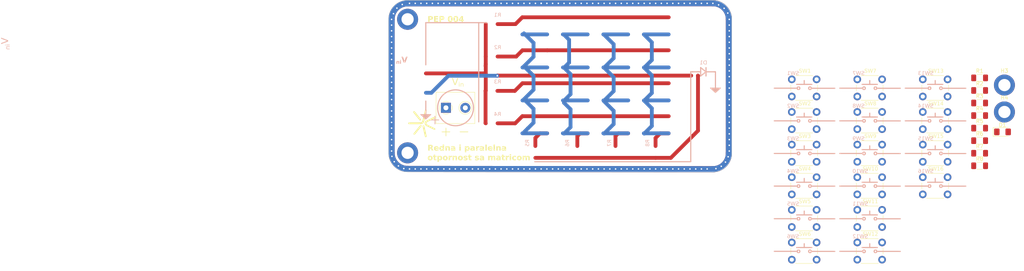
<source format=kicad_pcb>
(kicad_pcb (version 20241229) (generator "pcbnew") (generator_version "9.0")
  (layers (0 "F.Cu" signal) (2 "B.Cu" signal) (13 "F.Paste" user) (15 "B.Paste" user) (5 "F.SilkS" user "F.Silkscreen") (7 "B.SilkS" user "B.Silkscreen") (1 "F.Mask" user) (3 "B.Mask" user) (25 "Edge.Cuts" user))
  (net 0 "")
  (net 1 "0")
  (net 2 "9V")
  (net 3 "Net-(D1-A)")
  (net 4 "Net-(R1-Pad2)")
  (net 5 "Net-(R2-Pad2)")
  (net 6 "Net-(R3-Pad2)")
  (net 7 "Net-(R4-Pad2)")
  (net 8 "Net-(R5-Pad2)")
  (net 9 "Net-(R6-Pad2)")
  (net 10 "Net-(R7-Pad2)")
  (net 11 "Net-(R8-Pad2)")
  (footprint "Resistor_SMD:R_1206_3216Metric_Pad1.30x1.75mm_HandSolder" (layer "F.Cu") (at 258.904 97.815)
    (property "Reference" "R6" (at 0 -1.82 0) (layer "F.SilkS"))
    (property "Value" "100k")
    (pad "1" smd roundrect (at -1.55 0) (size 1.3 1.75) (layers "F.Cu" "F.Mask" "F.Paste") (roundrect_rratio 0.192308) (net 3 "Net-(D1-A)"))
    (pad "2" smd roundrect (at 1.55 0) (size 1.3 1.75) (layers "F.Cu" "F.Mask" "F.Paste") (roundrect_rratio 0.192308) (net 9 "Net-(R6-Pad2)"))
  )
  (footprint "PEP library:SW_PUSH_6mm_H4.3mm" (layer "F.Cu") (at 212.952553 118.285)
    (property "Reference" "SW5" (at 0.15 -4.5 0) (layer "F.SilkS") (effects (font (thickness 0.125))))
    (property "Value" "SW_Push")
    (fp_text user "${REFERENCE}" (at -4.521877 -3.3 0) (layer "B.SilkS") (effects (font (thickness 0.1)) (justify right bottom mirror)))
    (pad "1" thru_hole circle (at -3.27 -2.34 90) (size 2 2) (drill 1.1) (layers "*.Cu" "*.Mask") (net 4 "Net-(R1-Pad2)"))
    (pad "1" thru_hole circle (at 3.23 -2.34 90) (size 2 2) (drill 1.1) (layers "*.Cu" "*.Mask") (net 4 "Net-(R1-Pad2)"))
    (pad "2" thru_hole circle (at -3.27 2.16 90) (size 2 2) (drill 1.1) (layers "*.Cu" "*.Mask") (net 9 "Net-(R6-Pad2)"))
    (pad "2" thru_hole circle (at 3.23 2.16 90) (size 2 2) (drill 1.1) (layers "*.Cu" "*.Mask") (net 9 "Net-(R6-Pad2)"))
  )
  (footprint "PEP library:SW_PUSH_6mm_H4.3mm" (layer "F.Cu") (at 230.116106 92.635)
    (property "Reference" "SW8" (at 0.15 -4.5 0) (layer "F.SilkS") (effects (font (thickness 0.125))))
    (property "Value" "SW_Push")
    (fp_text user "${REFERENCE}" (at -4.521877 -3.3 0) (layer "B.SilkS") (effects (font (thickness 0.1)) (justify right bottom mirror)))
    (pad "1" thru_hole circle (at -3.27 -2.34 90) (size 2 2) (drill 1.1) (layers "*.Cu" "*.Mask") (net 7 "Net-(R4-Pad2)"))
    (pad "1" thru_hole circle (at 3.23 -2.34 90) (size 2 2) (drill 1.1) (layers "*.Cu" "*.Mask") (net 7 "Net-(R4-Pad2)"))
    (pad "2" thru_hole circle (at -3.27 2.16 90) (size 2 2) (drill 1.1) (layers "*.Cu" "*.Mask") (net 9 "Net-(R6-Pad2)"))
    (pad "2" thru_hole circle (at 3.23 2.16 90) (size 2 2) (drill 1.1) (layers "*.Cu" "*.Mask") (net 9 "Net-(R6-Pad2)"))
  )
  (footprint "Resistor_SMD:R_1206_3216Metric_Pad1.30x1.75mm_HandSolder" (layer "F.Cu") (at 258.904 94.525)
    (property "Reference" "R5" (at 0 -1.82 0) (layer "F.SilkS"))
    (property "Value" "220")
    (pad "1" smd roundrect (at -1.55 0) (size 1.3 1.75) (layers "F.Cu" "F.Mask" "F.Paste") (roundrect_rratio 0.192308) (net 3 "Net-(D1-A)"))
    (pad "2" smd roundrect (at 1.55 0) (size 1.3 1.75) (layers "F.Cu" "F.Mask" "F.Paste") (roundrect_rratio 0.192308) (net 8 "Net-(R5-Pad2)"))
  )
  (footprint "Resistor_SMD:R_1206_3216Metric_Pad1.30x1.75mm_HandSolder" (layer "F.Cu") (at 258.904 87.945)
    (property "Reference" "R3" (at 0 -1.82 0) (layer "F.SilkS"))
    (property "Value" "22k")
    (pad "1" smd roundrect (at -1.55 0) (size 1.3 1.75) (layers "F.Cu" "F.Mask" "F.Paste") (roundrect_rratio 0.192308) (net 2 "9V"))
    (pad "2" smd roundrect (at 1.55 0) (size 1.3 1.75) (layers "F.Cu" "F.Mask" "F.Paste") (roundrect_rratio 0.192308) (net 6 "Net-(R3-Pad2)"))
  )
  (footprint "PEP library:TerminalBlock_Phoenix_MKDS-1,5-2-5.08_1x02_P5.08mm_Horizontal" (layer "F.Cu") (at 119.043 89.2015)
    (property "Reference" "J1" (hide yes))
    (property "Value" "Screw_Terminal_01x02" (hide yes))
    (fp_text user "V_{in}\n" (at 1.535427 -5.65 0) (layer "F.SilkS") (effects (font (size 1.8 1.8) (thickness 0.1875)) (justify left bottom)))
    (fp_text user "V_{in}\n" (at -114.42 -18.4 90) (layer "B.SilkS") (effects (font (size 1.8 1.8) (thickness 0.1875)) (justify left bottom mirror)))
    (pad "1" thru_hole rect (at 0 0) (size 2.6 2.6) (drill 1.3) (layers "*.Cu" "*.Mask") (net 2 "9V"))
    (pad "2" thru_hole circle (at 5.08 0) (size 2.6 2.6) (drill 1.3) (layers "*.Cu" "*.Mask") (net 1 "0"))
  )
  (footprint "Resistor_SMD:R_1206_3216Metric_Pad1.30x1.75mm_HandSolder" (layer "F.Cu") (at 258.904 104.395)
    (property "Reference" "R8" (at 0 -1.82 0) (layer "F.SilkS"))
    (property "Value" "4.7k")
    (pad "1" smd roundrect (at -1.55 0) (size 1.3 1.75) (layers "F.Cu" "F.Mask" "F.Paste") (roundrect_rratio 0.192308) (net 3 "Net-(D1-A)"))
    (pad "2" smd roundrect (at 1.55 0) (size 1.3 1.75) (layers "F.Cu" "F.Mask" "F.Paste") (roundrect_rratio 0.192308) (net 11 "Net-(R8-Pad2)"))
  )
  (footprint "PEP library:SW_PUSH_6mm_H4.3mm" (layer "F.Cu") (at 212.952553 84.085)
    (property "Reference" "SW1" (at 0.15 -4.5 0) (layer "F.SilkS") (effects (font (thickness 0.125))))
    (property "Value" "SW_Push")
    (fp_text user "${REFERENCE}" (at -4.521877 -3.3 0) (layer "B.SilkS") (effects (font (thickness 0.1)) (justify right bottom mirror)))
    (pad "1" thru_hole circle (at -3.27 -2.34 90) (size 2 2) (drill 1.1) (layers "*.Cu" "*.Mask") (net 4 "Net-(R1-Pad2)"))
    (pad "1" thru_hole circle (at 3.23 -2.34 90) (size 2 2) (drill 1.1) (layers "*.Cu" "*.Mask") (net 4 "Net-(R1-Pad2)"))
    (pad "2" thru_hole circle (at -3.27 2.16 90) (size 2 2) (drill 1.1) (layers "*.Cu" "*.Mask") (net 8 "Net-(R5-Pad2)"))
    (pad "2" thru_hole circle (at 3.23 2.16 90) (size 2 2) (drill 1.1) (layers "*.Cu" "*.Mask") (net 8 "Net-(R5-Pad2)"))
  )
  (footprint "Resistor_SMD:R_1206_3216Metric_Pad1.30x1.75mm_HandSolder" (layer "F.Cu") (at 258.904 91.235)
    (property "Reference" "R4" (at 0 -1.82 0) (layer "F.SilkS"))
    (property "Value" "10k")
    (pad "1" smd roundrect (at -1.55 0) (size 1.3 1.75) (layers "F.Cu" "F.Mask" "F.Paste") (roundrect_rratio 0.192308) (net 2 "9V"))
    (pad "2" smd roundrect (at 1.55 0) (size 1.3 1.75) (layers "F.Cu" "F.Mask" "F.Paste") (roundrect_rratio 0.192308) (net 7 "Net-(R4-Pad2)"))
  )
  (footprint "MountingHole:MountingHole_3.2mm_M3_ISO14580_Pad_TopBottom" (layer "F.Cu") (at 265.404 83.245)
    (property "Reference" "H3" (at 0 -3.75 0) (layer "F.SilkS"))
    (property "Value" "MountingHole")
    (pad "1" thru_hole circle (at 0 0) (size 3.6 3.6) (drill 3.2) (layers "*.Cu" "*.Mask"))
    (pad "1" connect circle (at 0 0) (size 5.5 5.5) (layers "F.Cu" "F.Mask"))
    (pad "1" connect circle (at 0 0) (size 5.5 5.5) (layers "B.Cu" "B.Mask"))
  )
  (footprint "PEP library:SW_PUSH_6mm_H4.3mm" (layer "F.Cu") (at 212.952553 92.635)
    (property "Reference" "SW2" (at 0.15 -4.5 0) (layer "F.SilkS") (effects (font (thickness 0.125))))
    (property "Value" "SW_Push")
    (fp_text user "${REFERENCE}" (at -4.521877 -3.3 0) (layer "B.SilkS") (effects (font (thickness 0.1)) (justify right bottom mirror)))
    (pad "1" thru_hole circle (at -3.27 -2.34 90) (size 2 2) (drill 1.1) (layers "*.Cu" "*.Mask") (net 5 "Net-(R2-Pad2)"))
    (pad "1" thru_hole circle (at 3.23 -2.34 90) (size 2 2) (drill 1.1) (layers "*.Cu" "*.Mask") (net 5 "Net-(R2-Pad2)"))
    (pad "2" thru_hole circle (at -3.27 2.16 90) (size 2 2) (drill 1.1) (layers "*.Cu" "*.Mask") (net 8 "Net-(R5-Pad2)"))
    (pad "2" thru_hole circle (at 3.23 2.16 90) (size 2 2) (drill 1.1) (layers "*.Cu" "*.Mask") (net 8 "Net-(R5-Pad2)"))
  )
  (footprint "PEP library:SW_PUSH_6mm_H4.3mm" (layer "F.Cu") (at 230.116106 126.835)
    (property "Reference" "SW12" (at 0.15 -4.5 0) (layer "F.SilkS") (effects (font (thickness 0.125))))
    (property "Value" "SW_Push")
    (fp_text user "${REFERENCE}" (at -4.521877 -3.3 0) (layer "B.SilkS") (effects (font (thickness 0.1)) (justify right bottom mirror)))
    (pad "1" thru_hole circle (at -3.27 -2.34 90) (size 2 2) (drill 1.1) (layers "*.Cu" "*.Mask") (net 7 "Net-(R4-Pad2)"))
    (pad "1" thru_hole circle (at 3.23 -2.34 90) (size 2 2) (drill 1.1) (layers "*.Cu" "*.Mask") (net 7 "Net-(R4-Pad2)"))
    (pad "2" thru_hole circle (at -3.27 2.16 90) (size 2 2) (drill 1.1) (layers "*.Cu" "*.Mask") (net 10 "Net-(R7-Pad2)"))
    (pad "2" thru_hole circle (at 3.23 2.16 90) (size 2 2) (drill 1.1) (layers "*.Cu" "*.Mask") (net 10 "Net-(R7-Pad2)"))
  )
  (footprint "PEP library:SW_PUSH_6mm_H4.3mm" (layer "F.Cu") (at 247.279659 92.635)
    (property "Reference" "SW14" (at 0.15 -4.5 0) (layer "F.SilkS") (effects (font (thickness 0.125))))
    (property "Value" "SW_Push")
    (fp_text user "${REFERENCE}" (at -4.521877 -3.3 0) (layer "B.SilkS") (effects (font (thickness 0.1)) (justify right bottom mirror)))
    (pad "1" thru_hole circle (at -3.27 -2.34 90) (size 2 2) (drill 1.1) (layers "*.Cu" "*.Mask") (net 5 "Net-(R2-Pad2)"))
    (pad "1" thru_hole circle (at 3.23 -2.34 90) (size 2 2) (drill 1.1) (layers "*.Cu" "*.Mask") (net 5 "Net-(R2-Pad2)"))
    (pad "2" thru_hole circle (at -3.27 2.16 90) (size 2 2) (drill 1.1) (layers "*.Cu" "*.Mask") (net 11 "Net-(R8-Pad2)"))
    (pad "2" thru_hole circle (at 3.23 2.16 90) (size 2 2) (drill 1.1) (layers "*.Cu" "*.Mask") (net 11 "Net-(R8-Pad2)"))
  )
  (footprint "Resistor_SMD:R_1206_3216Metric_Pad1.30x1.75mm_HandSolder" (layer "F.Cu") (at 258.904 81.365)
    (property "Reference" "R1" (at 0 -1.82 0) (layer "F.SilkS"))
    (property "Value" "1k")
    (pad "1" smd roundrect (at -1.55 0) (size 1.3 1.75) (layers "F.Cu" "F.Mask" "F.Paste") (roundrect_rratio 0.192308) (net 2 "9V"))
    (pad "2" smd roundrect (at 1.55 0) (size 1.3 1.75) (layers "F.Cu" "F.Mask" "F.Paste") (roundrect_rratio 0.192308) (net 4 "Net-(R1-Pad2)"))
  )
  (footprint "PEP library:SW_PUSH_6mm_H4.3mm" (layer "F.Cu") (at 212.952553 101.185)
    (property "Reference" "SW3" (at 0.15 -4.5 0) (layer "F.SilkS") (effects (font (thickness 0.125))))
    (property "Value" "SW_Push")
    (fp_text user "${REFERENCE}" (at -4.521877 -3.3 0) (layer "B.SilkS") (effects (font (thickness 0.1)) (justify right bottom mirror)))
    (pad "1" thru_hole circle (at -3.27 -2.34 90) (size 2 2) (drill 1.1) (layers "*.Cu" "*.Mask") (net 6 "Net-(R3-Pad2)"))
    (pad "1" thru_hole circle (at 3.23 -2.34 90) (size 2 2) (drill 1.1) (layers "*.Cu" "*.Mask") (net 6 "Net-(R3-Pad2)"))
    (pad "2" thru_hole circle (at -3.27 2.16 90) (size 2 2) (drill 1.1) (layers "*.Cu" "*.Mask") (net 8 "Net-(R5-Pad2)"))
    (pad "2" thru_hole circle (at 3.23 2.16 90) (size 2 2) (drill 1.1) (layers "*.Cu" "*.Mask") (net 8 "Net-(R5-Pad2)"))
  )
  (footprint "PEP library:SW_PUSH_6mm_H4.3mm" (layer "F.Cu") (at 212.952553 109.735)
    (property "Reference" "SW4" (at 0.15 -4.5 0) (layer "F.SilkS") (effects (font (thickness 0.125))))
    (property "Value" "SW_Push")
    (fp_text user "${REFERENCE}" (at -4.521877 -3.3 0) (layer "B.SilkS") (effects (font (thickness 0.1)) (justify right bottom mirror)))
    (pad "1" thru_hole circle (at -3.27 -2.34 90) (size 2 2) (drill 1.1) (layers "*.Cu" "*.Mask") (net 7 "Net-(R4-Pad2)"))
    (pad "1" thru_hole circle (at 3.23 -2.34 90) (size 2 2) (drill 1.1) (layers "*.Cu" "*.Mask") (net 7 "Net-(R4-Pad2)"))
    (pad "2" thru_hole circle (at -3.27 2.16 90) (size 2 2) (drill 1.1) (layers "*.Cu" "*.Mask") (net 8 "Net-(R5-Pad2)"))
    (pad "2" thru_hole circle (at 3.23 2.16 90) (size 2 2) (drill 1.1) (layers "*.Cu" "*.Mask") (net 8 "Net-(R5-Pad2)"))
  )
  (footprint "PEP library:SW_PUSH_6mm_H4.3mm" (layer "F.Cu") (at 247.279659 101.185)
    (property "Reference" "SW15" (at 0.15 -4.5 0) (layer "F.SilkS") (effects (font (thickness 0.125))))
    (property "Value" "SW_Push")
    (fp_text user "${REFERENCE}" (at -4.521877 -3.3 0) (layer "B.SilkS") (effects (font (thickness 0.1)) (justify right bottom mirror)))
    (pad "1" thru_hole circle (at -3.27 -2.34 90) (size 2 2) (drill 1.1) (layers "*.Cu" "*.Mask") (net 6 "Net-(R3-Pad2)"))
    (pad "1" thru_hole circle (at 3.23 -2.34 90) (size 2 2) (drill 1.1) (layers "*.Cu" "*.Mask") (net 6 "Net-(R3-Pad2)"))
    (pad "2" thru_hole circle (at -3.27 2.16 90) (size 2 2) (drill 1.1) (layers "*.Cu" "*.Mask") (net 11 "Net-(R8-Pad2)"))
    (pad "2" thru_hole circle (at 3.23 2.16 90) (size 2 2) (drill 1.1) (layers "*.Cu" "*.Mask") (net 11 "Net-(R8-Pad2)"))
  )
  (footprint "PEP library:SW_PUSH_6mm_H4.3mm" (layer "F.Cu") (at 230.116106 84.085)
    (property "Reference" "SW7" (at 0.15 -4.5 0) (layer "F.SilkS") (effects (font (thickness 0.125))))
    (property "Value" "SW_Push")
    (fp_text user "${REFERENCE}" (at -4.521877 -3.3 0) (layer "B.SilkS") (effects (font (thickness 0.1)) (justify right bottom mirror)))
    (pad "1" thru_hole circle (at -3.27 -2.34 90) (size 2 2) (drill 1.1) (layers "*.Cu" "*.Mask") (net 6 "Net-(R3-Pad2)"))
    (pad "1" thru_hole circle (at 3.23 -2.34 90) (size 2 2) (drill 1.1) (layers "*.Cu" "*.Mask") (net 6 "Net-(R3-Pad2)"))
    (pad "2" thru_hole circle (at -3.27 2.16 90) (size 2 2) (drill 1.1) (layers "*.Cu" "*.Mask") (net 9 "Net-(R6-Pad2)"))
    (pad "2" thru_hole circle (at 3.23 2.16 90) (size 2 2) (drill 1.1) (layers "*.Cu" "*.Mask") (net 9 "Net-(R6-Pad2)"))
  )
  (footprint "PEP library:SW_PUSH_6mm_H4.3mm" (layer "F.Cu") (at 230.116106 118.285)
    (property "Reference" "SW11" (at 0.15 -4.5 0) (layer "F.SilkS") (effects (font (thickness 0.125))))
    (property "Value" "SW_Push")
    (fp_text user "${REFERENCE}" (at -4.521877 -3.3 0) (layer "B.SilkS") (effects (font (thickness 0.1)) (justify right bottom mirror)))
    (pad "1" thru_hole circle (at -3.27 -2.34 90) (size 2 2) (drill 1.1) (layers "*.Cu" "*.Mask") (net 6 "Net-(R3-Pad2)"))
    (pad "1" thru_hole circle (at 3.23 -2.34 90) (size 2 2) (drill 1.1) (layers "*.Cu" "*.Mask") (net 6 "Net-(R3-Pad2)"))
    (pad "2" thru_hole circle (at -3.27 2.16 90) (size 2 2) (drill 1.1) (layers "*.Cu" "*.Mask") (net 10 "Net-(R7-Pad2)"))
    (pad "2" thru_hole circle (at 3.23 2.16 90) (size 2 2) (drill 1.1) (layers "*.Cu" "*.Mask") (net 10 "Net-(R7-Pad2)"))
  )
  (footprint "PEP library:SW_PUSH_6mm_H4.3mm" (layer "F.Cu") (at 212.952553 126.835)
    (property "Reference" "SW6" (at 0.15 -4.5 0) (layer "F.SilkS") (effects (font (thickness 0.125))))
    (property "Value" "SW_Push")
    (fp_text user "${REFERENCE}" (at -4.521877 -3.3 0) (layer "B.SilkS") (effects (font (thickness 0.1)) (justify right bottom mirror)))
    (pad "1" thru_hole circle (at -3.27 -2.34 90) (size 2 2) (drill 1.1) (layers "*.Cu" "*.Mask") (net 5 "Net-(R2-Pad2)"))
    (pad "1" thru_hole circle (at 3.23 -2.34 90) (size 2 2) (drill 1.1) (layers "*.Cu" "*.Mask") (net 5 "Net-(R2-Pad2)"))
    (pad "2" thru_hole circle (at -3.27 2.16 90) (size 2 2) (drill 1.1) (layers "*.Cu" "*.Mask") (net 9 "Net-(R6-Pad2)"))
    (pad "2" thru_hole circle (at 3.23 2.16 90) (size 2 2) (drill 1.1) (layers "*.Cu" "*.Mask") (net 9 "Net-(R6-Pad2)"))
  )
  (footprint "MountingHole:MountingHole_3.2mm_M3_ISO14580_Pad_TopBottom" (layer "F.Cu") (at 109 66)
    (property "Reference" "H2" (hide yes))
    (property "Value" "MountingHole" (hide yes))
    (pad "1" thru_hole circle (at 0 0) (size 3.6 3.6) (drill 3.2) (layers "*.Cu" "*.Mask"))
    (pad "1" connect circle (at 0 0) (size 5.5 5.5) (layers "F.Cu" "F.Mask"))
    (pad "1" connect circle (at 0 0) (size 5.5 5.5) (layers "B.Cu" "B.Mask"))
  )
  (footprint "PEP library:SW_PUSH_6mm_H4.3mm" (layer "F.Cu") (at 230.116106 101.185)
    (property "Reference" "SW9" (at 0.15 -4.5 0) (layer "F.SilkS") (effects (font (thickness 0.125))))
    (property "Value" "SW_Push")
    (fp_text user "${REFERENCE}" (at -4.521877 -3.3 0) (layer "B.SilkS") (effects (font (thickness 0.1)) (justify right bottom mirror)))
    (pad "1" thru_hole circle (at -3.27 -2.34 90) (size 2 2) (drill 1.1) (layers "*.Cu" "*.Mask") (net 4 "Net-(R1-Pad2)"))
    (pad "1" thru_hole circle (at 3.23 -2.34 90) (size 2 2) (drill 1.1) (layers "*.Cu" "*.Mask") (net 4 "Net-(R1-Pad2)"))
    (pad "2" thru_hole circle (at -3.27 2.16 90) (size 2 2) (drill 1.1) (layers "*.Cu" "*.Mask") (net 10 "Net-(R7-Pad2)"))
    (pad "2" thru_hole circle (at 3.23 2.16 90) (size 2 2) (drill 1.1) (layers "*.Cu" "*.Mask") (net 10 "Net-(R7-Pad2)"))
  )
  (footprint "LED_SMD:LED_1206_3216Metric_Pad1.42x1.75mm_HandSolder" (layer "F.Cu") (at 264.899 95.515)
    (property "Reference" "D1" (at 0 -1.82 0) (layer "F.SilkS"))
    (property "Value" "LED")
    (pad "1" smd roundrect (at -1.4875 0) (size 1.425 1.75) (layers "F.Cu" "F.Mask" "F.Paste") (roundrect_rratio 0.175439) (net 1 "0"))
    (pad "2" smd roundrect (at 1.4875 0) (size 1.425 1.75) (layers "F.Cu" "F.Mask" "F.Paste") (roundrect_rratio 0.175439) (net 3 "Net-(D1-A)"))
  )
  (footprint "PEP library:SW_PUSH_6mm_H4.3mm" (layer "F.Cu") (at 247.279659 84.085)
    (property "Reference" "SW13" (at 0.15 -4.5 0) (layer "F.SilkS") (effects (font (thickness 0.125))))
    (property "Value" "SW_Push")
    (fp_text user "${REFERENCE}" (at -4.521877 -3.3 0) (layer "B.SilkS") (effects (font (thickness 0.1)) (justify right bottom mirror)))
    (pad "1" thru_hole circle (at -3.27 -2.34 90) (size 2 2) (drill 1.1) (layers "*.Cu" "*.Mask") (net 4 "Net-(R1-Pad2)"))
    (pad "1" thru_hole circle (at 3.23 -2.34 90) (size 2 2) (drill 1.1) (layers "*.Cu" "*.Mask") (net 4 "Net-(R1-Pad2)"))
    (pad "2" thru_hole circle (at -3.27 2.16 90) (size 2 2) (drill 1.1) (layers "*.Cu" "*.Mask") (net 11 "Net-(R8-Pad2)"))
    (pad "2" thru_hole circle (at 3.23 2.16 90) (size 2 2) (drill 1.1) (layers "*.Cu" "*.Mask") (net 11 "Net-(R8-Pad2)"))
  )
  (footprint "PEP library:SW_PUSH_6mm_H4.3mm" (layer "F.Cu") (at 230.116106 109.735)
    (property "Reference" "SW10" (at 0.15 -4.5 0) (layer "F.SilkS") (effects (font (thickness 0.125))))
    (property "Value" "SW_Push")
    (fp_text user "${REFERENCE}" (at -4.521877 -3.3 0) (layer "B.SilkS") (effects (font (thickness 0.1)) (justify right bottom mirror)))
    (pad "1" thru_hole circle (at -3.27 -2.34 90) (size 2 2) (drill 1.1) (layers "*.Cu" "*.Mask") (net 5 "Net-(R2-Pad2)"))
    (pad "1" thru_hole circle (at 3.23 -2.34 90) (size 2 2) (drill 1.1) (layers "*.Cu" "*.Mask") (net 5 "Net-(R2-Pad2)"))
    (pad "2" thru_hole circle (at -3.27 2.16 90) (size 2 2) (drill 1.1) (layers "*.Cu" "*.Mask") (net 10 "Net-(R7-Pad2)"))
    (pad "2" thru_hole circle (at 3.23 2.16 90) (size 2 2) (drill 1.1) (layers "*.Cu" "*.Mask") (net 10 "Net-(R7-Pad2)"))
  )
  (footprint "Resistor_SMD:R_1206_3216Metric_Pad1.30x1.75mm_HandSolder" (layer "F.Cu") (at 258.904 101.105)
    (property "Reference" "R7" (at 0 -1.82 0) (layer "F.SilkS"))
    (property "Value" "47k")
    (pad "1" smd roundrect (at -1.55 0) (size 1.3 1.75) (layers "F.Cu" "F.Mask" "F.Paste") (roundrect_rratio 0.192308) (net 3 "Net-(D1-A)"))
    (pad "2" smd roundrect (at 1.55 0) (size 1.3 1.75) (layers "F.Cu" "F.Mask" "F.Paste") (roundrect_rratio 0.192308) (net 10 "Net-(R7-Pad2)"))
  )
  (footprint "PEP_library:petnica_logo" (layer "F.Cu") (at 112.725 93.248795)
    (property "Reference" "G***" (hide yes))
    (property "Value" "LOGO" (hide yes))
  )
  (footprint "Resistor_SMD:R_1206_3216Metric_Pad1.30x1.75mm_HandSolder" (layer "F.Cu") (at 258.904 84.655)
    (property "Reference" "R2" (at 0 -1.82 0) (layer "F.SilkS"))
    (property "Value" "2.2k")
    (pad "1" smd roundrect (at -1.55 0) (size 1.3 1.75) (layers "F.Cu" "F.Mask" "F.Paste") (roundrect_rratio 0.192308) (net 2 "9V"))
    (pad "2" smd roundrect (at 1.55 0) (size 1.3 1.75) (layers "F.Cu" "F.Mask" "F.Paste") (roundrect_rratio 0.192308) (net 5 "Net-(R2-Pad2)"))
  )
  (footprint "MountingHole:MountingHole_3.2mm_M3_ISO14580_Pad_TopBottom" (layer "F.Cu") (at 109 101 -90)
    (property "Reference" "H1" (hide yes))
    (property "Value" "MountingHole")
    (pad "1" thru_hole circle (at 0 0 270) (size 3.6 3.6) (drill 3.2) (layers "*.Cu" "*.Mask"))
    (pad "1" connect circle (at 0 0 270) (size 5.5 5.5) (layers "F.Cu" "F.Mask"))
    (pad "1" connect circle (at 0 0 270) (size 5.5 5.5) (layers "B.Cu" "B.Mask"))
  )
  (footprint "MountingHole:MountingHole_3.2mm_M3_ISO14580_Pad_TopBottom" (layer "F.Cu") (at 265.404 90.295)
    (property "Reference" "H4" (at 0 -3.75 0) (layer "F.SilkS"))
    (property "Value" "MountingHole")
    (pad "1" thru_hole circle (at 0 0) (size 3.6 3.6) (drill 3.2) (layers "*.Cu" "*.Mask"))
    (pad "1" connect circle (at 0 0) (size 5.5 5.5) (layers "F.Cu" "F.Mask"))
    (pad "1" connect circle (at 0 0) (size 5.5 5.5) (layers "B.Cu" "B.Mask"))
  )
  (footprint "PEP library:SW_PUSH_6mm_H4.3mm" (layer "F.Cu") (at 247.279659 109.735)
    (property "Reference" "SW16" (at 0.15 -4.5 0) (layer "F.SilkS") (effects (font (thickness 0.125))))
    (property "Value" "SW_Push")
    (fp_text user "${REFERENCE}" (at -4.521877 -3.3 0) (layer "B.SilkS") (effects (font (thickness 0.1)) (justify right bottom mirror)))
    (pad "1" thru_hole circle (at -3.27 -2.34 90) (size 2 2) (drill 1.1) (layers "*.Cu" "*.Mask") (net 7 "Net-(R4-Pad2)"))
    (pad "1" thru_hole circle (at 3.23 -2.34 90) (size 2 2) (drill 1.1) (layers "*.Cu" "*.Mask") (net 7 "Net-(R4-Pad2)"))
    (pad "2" thru_hole circle (at -3.27 2.16 90) (size 2 2) (drill 1.1) (layers "*.Cu" "*.Mask") (net 11 "Net-(R8-Pad2)"))
    (pad "2" thru_hole circle (at 3.23 2.16 90) (size 2 2) (drill 1.1) (layers "*.Cu" "*.Mask") (net 11 "Net-(R8-Pad2)"))
  )
  (gr_line (start 109.01393 105.23) (end 189 105.293521) (stroke (width 1.6)) (layer "F.Cu"))
  (gr_line (start 193.2 101.079591) (end 193.2 66.03) (stroke (width 1.6)) (layer "F.Cu"))
  (gr_arc (start 188.98607 61.780409) (mid 191.964958 63.00559) (end 193.2 65.980409) (stroke (width 1.6)) (layer "F.Cu"))
  (gr_line (start 104.8 66.03) (end 104.8 101.03) (stroke (width 1.6)) (layer "F.Cu"))
  (gr_line (start 188.98607 61.780409) (end 109 61.81607) (stroke (width 1.6)) (layer "F.Cu"))
  (gr_arc (start 104.8 66.03) (mid 106.025226 63.051153) (end 109 61.81607) (stroke (width 1.6)) (layer "F.Cu"))
  (gr_arc (start 109.01393 105.23) (mid 106.035066 104.00479) (end 104.8 101.03) (stroke (width 1.6)) (layer "F.Cu"))
  (gr_arc (start 193.2 101.079591) (mid 191.974778 104.058442) (end 189 105.293521) (stroke (width 1.6)) (layer "F.Cu"))
  (gr_line (start 188.98607 61.780409) (end 109 61.81607) (stroke (width 1.6)) (layer "B.Cu"))
  (gr_arc (start 193.2 101.079591) (mid 191.974778 104.058442) (end 189 105.293521) (stroke (width 1.6)) (layer "B.Cu"))
  (gr_arc (start 104.8 66.03) (mid 106.025226 63.051153) (end 109 61.81607) (stroke (width 1.6)) (layer "B.Cu"))
  (gr_arc (start 109.01393 105.23) (mid 106.035066 104.00479) (end 104.8 101.03) (stroke (width 1.6)) (layer "B.Cu"))
  (gr_arc (start 188.98607 61.780409) (mid 191.964958 63.00559) (end 193.2 65.980409) (stroke (width 1.6)) (layer "B.Cu"))
  (gr_line (start 109.01393 105.23) (end 189 105.293521) (stroke (width 1.6)) (layer "B.Cu"))
  (gr_line (start 104.8 66.03) (end 104.8 101.03) (stroke (width 1.6)) (layer "B.Cu"))
  (gr_line (start 193.2 101.079591) (end 193.2 66.03) (stroke (width 1.6)) (layer "B.Cu"))
  (gr_line (start 187.2 78.66862) (end 187.2 80.86862) (stroke (width 0.3)) (layer "B.SilkS"))
  (gr_line (start 185.8 80.86862) (end 187.2 79.76862) (stroke (width 0.3)) (layer "B.SilkS"))
  (gr_line (start 185.123982 79.76862) (end 183.611991 79.76681) (stroke (width 0.3)) (layer "B.SilkS"))
  (gr_line (start 183.2 103.265) (end 183.2 79.765) (stroke (width 0.3)) (layer "B.SilkS"))
  (gr_line (start 189.676018 80.5) (end 189.676018 79.764501) (stroke (width 0.3)) (layer "B.SilkS"))
  (gr_line (start 183.2 79.765) (end 183.7 79.765) (stroke (width 0.3)) (layer "B.SilkS"))
  (gr_line (start 183.611991 79.76681) (end 183.611991 79.76681) (stroke (width 0.15)) (layer "B.SilkS"))
  (gr_line (start 113.766063 90.939973) (end 113.766063 87.439973) (stroke (width 0.3)) (layer "B.SilkS"))
  (gr_poly (pts (xy 112.391063 90.939973) (xy 115.141063 90.939973) (xy 113.766063 92.189973)) (stroke (width 0.15)) (fill yes) (layer "B.SilkS"))
  (gr_line (start 189.676018 84) (end 189.676018 80.5) (stroke (width 0.3)) (layer "B.SilkS"))
  (gr_line (start 185.123982 79.76862) (end 185.8 79.769429) (stroke (width 0.3)) (layer "B.SilkS"))
  (gr_line (start 187.2 79.76862) (end 189.376018 79.765) (stroke (width 0.3)) (layer "B.SilkS"))
  (gr_line (start 185.8 78.66862) (end 185.8 80.86862) (stroke (width 0.3)) (layer "B.SilkS"))
  (gr_line (start 113.766063 66.939973) (end 113.766063 77.939973) (stroke (width 0.3)) (layer "B.SilkS"))
  (gr_line (start 127.6375 66.89) (end 127.6375 92.89) (stroke (width 0.3)) (layer "B.SilkS"))
  (gr_line (start 129.7375 66.89) (end 113.766063 66.89) (stroke (width 0.3)) (layer "B.SilkS"))
  (gr_line (start 187.2 79.76862) (end 185.8 78.66862) (stroke (width 0.3)) (layer "B.SilkS"))
  (gr_line (start 142.325 103.3275) (end 183.2 103.3275) (stroke (width 0.3)) (layer "B.SilkS"))
  (gr_poly (pts (xy 188.301018 84) (xy 191.051018 84) (xy 189.676018 85.25)) (stroke (width 0.15)) (fill yes) (layer "B.SilkS"))
  (gr_line (start 189.676018 79.764501) (end 189.376018 79.765) (stroke (width 0.3)) (layer "B.SilkS"))
  (gr_line (start 193.964466 101.035534) (end 193.964464 66.035534) (stroke (width 0.1)) (layer "Edge.Cuts"))
  (gr_arc (start 104 66) (mid 105.464467 62.464467) (end 109 61) (stroke (width 0.1)) (layer "Edge.Cuts"))
  (gr_arc (start 188.964466 61.035534) (mid 192.5 62.5) (end 193.964464 66.035534) (stroke (width 0.1)) (layer "Edge.Cuts"))
  (gr_line (start 104 66) (end 104 101) (stroke (width 0.1)) (layer "Edge.Cuts"))
  (gr_arc (start 193.964466 101.035534) (mid 192.5 104.571068) (end 188.964466 106.035534) (stroke (width 0.1)) (layer "Edge.Cuts"))
  (gr_line (start 109 106) (end 188.964466 106.035534) (stroke (width 0.1)) (layer "Edge.Cuts"))
  (gr_arc (start 109 106) (mid 105.464467 104.535533) (end 104 101) (stroke (width 0.1)) (layer "Edge.Cuts"))
  (gr_line (start 188.964466 61.035534) (end 109 61) (stroke (width 0.1)) (layer "Edge.Cuts"))
  (gr_text "Redna i paralelna\notpornost sa matricom" (at 114.2 103.203989 0) (layer "F.SilkS") (effects (font (size 1.5 1.5) (thickness 0.3) (bold yes)) (justify left bottom)))
  (gr_text "PEP 004" (at 114.2 66.943989 0) (layer "F.SilkS") (effects (font (size 1.5 1.5) (thickness 0.3) (bold yes)) (justify left bottom)))
  (gr_text "R4" (at 133.5 91.5 0) (layer "B.SilkS") (effects (font (size 1 1)) (justify left bottom mirror)))
  (gr_text "R6" (at 151.5 97.5 90) (layer "B.SilkS") (effects (font (size 1 1)) (justify left bottom mirror)))
  (gr_text "R3" (at 133.5 83 0) (layer "B.SilkS") (effects (font (size 1 1)) (justify left bottom mirror)))
  (gr_text "R8" (at 172.5 97.5 90) (layer "B.SilkS") (effects (font (size 1 1)) (justify left bottom mirror)))
  (gr_text "R2" (at 133.5 74 0) (layer "B.SilkS") (effects (font (size 1 1)) (justify left bottom mirror)))
  (gr_text "R1" (at 133.5 65.5 0) (layer "B.SilkS") (effects (font (size 1 1)) (justify left bottom mirror)))
  (gr_text "D1" (at 187.5 78 0) (layer "B.SilkS") (effects (font (size 1 1)) (justify left bottom mirror)))
  (gr_text "V_{in}\n" (at 109 77.6 0) (layer "B.SilkS") (effects (font (size 1.5 1.5) (thickness 0.3) (bold yes)) (justify left bottom mirror)))
  (gr_text "R5" (at 141 97.5 90) (layer "B.SilkS") (effects (font (size 1 1)) (justify left bottom mirror)))
  (gr_text "R7" (at 162.5 97.5 90) (layer "B.SilkS") (effects (font (size 1 1)) (justify left bottom mirror)))
  (segment (start 164.2 95.885) (end 163.48 96.605) (width 1) (layer "F.Cu") (net 0))
  (segment (start 132.53 84.765) (end 137.1 84.765) (width 1) (layer "F.Cu") (net 0))
  (segment (start 139.1 74.125) (end 145.6 74.125) (width 1) (layer "F.Cu") (net 0))
  (segment (start 145.6 74.125) (end 177.43 74.125) (width 1) (layer "F.Cu") (net 0))
  (segment (start 177.405 95.885) (end 175.2 95.885) (width 1) (layer "F.Cu") (net 0))
  (segment (start 173.98 97.105) (end 173.98 99.215) (width 1) (layer "F.Cu") (net 0))
  (segment (start 142.48 102.315) (end 173.98 102.315) (width 1) (layer "F.Cu") (net 0))
  (segment (start 137.275 67.265) (end 139.075 65.465) (width 1) (layer "F.Cu") (net 0))
  (segment (start 139.1 65.485) (end 177.43 65.485) (width 1) (layer "F.Cu") (net 0))
  (segment (start 156.185 95.885) (end 154.2 95.885) (width 1) (layer "F.Cu") (net 0))
  (segment (start 137.195 93.265) (end 139.075 91.385) (width 1) (layer "F.Cu") (net 0))
  (segment (start 163.48 96.605) (end 163.48 99.215) (width 1) (layer "F.Cu") (net 0))
  (segment (start 132.58 93.265) (end 137.195 93.265) (width 1) (layer "F.Cu") (net 0))
  (segment (start 154.2 95.885) (end 153.48 96.605) (width 1) (layer "F.Cu") (net 0))
  (segment (start 185.1 95.2) (end 185.1 80.79) (width 1) (layer "F.Cu") (net 0))
  (segment (start 137.46 75.765) (end 139.1 74.125) (width 1) (layer "F.Cu") (net 0))
  (segment (start 175.2 95.885) (end 173.98 97.105) (width 1) (layer "F.Cu") (net 0))
  (segment (start 139.1 91.405) (end 177.43 91.405) (width 1) (layer "F.Cu") (net 0))
  (segment (start 142.48 97.105) (end 142.48 99.215) (width 1) (layer "F.Cu") (net 0))
  (segment (start 132.58 75.765) (end 137.46 75.765) (width 1) (layer "F.Cu") (net 0))
  (segment (start 145.575 95.885) (end 143.7 95.885) (width 1) (layer "F.Cu") (net 0))
  (segment (start 153.48 96.605) (end 153.48 99.215) (width 1) (layer "F.Cu") (net 0))
  (segment (start 137.1 84.765) (end 139.1 82.765) (width 1) (layer "F.Cu") (net 0))
  (segment (start 177.985 102.315) (end 185.1 95.2) (width 1) (layer "F.Cu") (net 0))
  (segment (start 143.7 95.885) (end 142.48 97.105) (width 1) (layer "F.Cu") (net 0))
  (segment (start 173.98 102.315) (end 177.985 102.315) (width 1) (layer "F.Cu") (net 0))
  (segment (start 166.795 95.885) (end 164.2 95.885) (width 1) (layer "F.Cu") (net 0))
  (segment (start 185.1 80.79) (end 185.075 80.765) (width 1) (layer "F.Cu") (net 0))
  (segment (start 139.1 82.765) (end 177.43 82.765) (width 1) (layer "F.Cu") (net 0))
  (segment (start 132.58 67.265) (end 137.275 67.265) (width 1) (layer "F.Cu") (net 0))
  (via (at 189.8 105.13) (size 0.8) (drill 0.4) (layers "F.Cu" "B.Cu") (net 0))
  (via (at 184.5 61.83) (size 0.8) (drill 0.4) (layers "F.Cu" "B.Cu") (net 0))
  (via (at 171 105.23) (size 0.8) (drill 0.4) (layers "F.Cu" "B.Cu") (net 0))
  (via (at 193.3 70.53) (size 0.8) (drill 0.4) (layers "F.Cu" "B.Cu") (net 0))
  (via (at 104.8 72.03) (size 0.8) (drill 0.4) (layers "F.Cu" "B.Cu") (net 0))
  (via (at 156 61.83) (size 0.8) (drill 0.4) (layers "F.Cu" "B.Cu") (net 0))
  (via (at 193 102.03) (size 0.8) (drill 0.4) (layers "F.Cu" "B.Cu") (net 0))
  (via (at 104.8 70.53) (size 0.8) (drill 0.4) (layers "F.Cu" "B.Cu") (net 0))
  (via (at 138 105.23) (size 0.8) (drill 0.4) (layers "F.Cu" "B.Cu") (net 0))
  (via (at 132 105.23) (size 0.8) (drill 0.4) (layers "F.Cu" "B.Cu") (net 0))
  (via (at 139.5 105.23) (size 0.8) (drill 0.4) (layers "F.Cu" "B.Cu") (net 0))
  (via (at 193.3 99.03) (size 0.8) (drill 0.4) (layers "F.Cu" "B.Cu") (net 0))
  (via (at 169.5 105.23) (size 0.8) (drill 0.4) (layers "F.Cu" "B.Cu") (net 0))
  (via (at 193.3 79.53) (size 0.8) (drill 0.4) (layers "F.Cu" "B.Cu") (net 0))
  (via (at 171 61.83) (size 0.8) (drill 0.4) (layers "F.Cu" "B.Cu") (net 0))
  (via (at 157.5 61.83) (size 0.8) (drill 0.4) (layers "F.Cu" "B.Cu") (net 0))
  (via (at 104.8 94.53) (size 0.8) (drill 0.4) (layers "F.Cu" "B.Cu") (net 0))
  (via (at 104.8 85.53) (size 0.8) (drill 0.4) (layers "F.Cu" "B.Cu") (net 0))
  (via (at 193.3 78.03) (size 0.8) (drill 0.4) (layers "F.Cu" "B.Cu") (net 0))
  (via (at 193.3 87.03) (size 0.8) (drill 0.4) (layers "F.Cu" "B.Cu") (net 0))
  (via (at 104.8 84.03) (size 0.8) (drill 0.4) (layers "F.Cu" "B.Cu") (net 0))
  (via (at 150 61.83) (size 0.8) (drill 0.4) (layers "F.Cu" "B.Cu") (net 0))
  (via (at 160.5 105.23) (size 0.8) (drill 0.4) (layers "F.Cu" "B.Cu") (net 0))
  (via (at 193.3 97.53) (size 0.8) (drill 0.4) (layers "F.Cu" "B.Cu") (net 0))
  (via (at 148.5 105.23) (size 0.8) (drill 0.4) (layers "F.Cu" "B.Cu") (net 0))
  (via (at 174 61.83) (size 0.8) (drill 0.4) (layers "F.Cu" "B.Cu") (net 0))
  (via (at 136.5 61.83) (size 0.8) (drill 0.4) (layers "F.Cu" "B.Cu") (net 0))
  (via (at 104.8 81.03) (size 0.8) (drill 0.4) (layers "F.Cu" "B.Cu") (net 0))
  (via (at 163.5 61.83) (size 0.8) (drill 0.4) (layers "F.Cu" "B.Cu") (net 0))
  (via (at 112.5 105.23) (size 0.8) (drill 0.4) (layers "F.Cu" "B.Cu") (net 0))
  (via (at 178.5 105.23) (size 0.8) (drill 0.4) (layers "F.Cu" "B.Cu") (net 0))
  (via (at 151.5 61.83) (size 0.8) (drill 0.4) (layers "F.Cu" "B.Cu") (net 0))
  (via (at 145.5 61.83) (size 0.8) (drill 0.4) (layers "F.Cu" "B.Cu") (net 0))
  (via (at 109.5 105.23) (size 0.8) (drill 0.4) (layers "F.Cu" "B.Cu") (net 0))
  (via (at 126 105.23) (size 0.8) (drill 0.4) (layers "F.Cu" "B.Cu") (net 0))
  (via (at 109.5 61.83) (size 0.8) (drill 0.4) (layers "F.Cu" "B.Cu") (net 0))
  (via (at 133.5 105.23) (size 0.8) (drill 0.4) (layers "F.Cu" "B.Cu") (net 0))
  (via (at 177 105.23) (size 0.8) (drill 0.4) (layers "F.Cu" "B.Cu") (net 0))
  (via (at 187.5 105.23) (size 0.8) (drill 0.4) (layers "F.Cu" "B.Cu") (net 0))
  (via (at 153 61.83) (size 0.8) (drill 0.4) (layers "F.Cu" "B.Cu") (net 0))
  (via (at 104.8 67.53) (size 0.8) (drill 0.4) (layers "F.Cu" "B.Cu") (net 0))
  (via (at 112.5 61.83) (size 0.8) (drill 0.4) (layers "F.Cu" "B.Cu") (net 0))
  (via (at 168 105.23) (size 0.8) (drill 0.4) (layers "F.Cu" "B.Cu") (net 0))
  (via (at 135 61.83) (size 0.8) (drill 0.4) (layers "F.Cu" "B.Cu") (net 0))
  (via (at 118.5 105.23) (size 0.8) (drill 0.4) (layers "F.Cu" "B.Cu") (net 0))
  (via (at 153 105.23) (size 0.8) (drill 0.4) (layers "F.Cu" "B.Cu") (net 0))
  (via (at 144 61.83) (size 0.8) (drill 0.4) (layers "F.Cu" "B.Cu") (net 0))
  (via (at 104.8 66.03) (size 0.8) (drill 0.4) (layers "F.Cu" "B.Cu") (net 0))
  (via (at 177 61.83) (size 0.8) (drill 0.4) (layers "F.Cu" "B.Cu") (net 0))
  (via (at 193.3 93.03) (size 0.8) (drill 0.4) (layers "F.Cu" "B.Cu") (net 0))
  (via (at 193.3 100.53) (size 0.8) (drill 0.4) (layers "F.Cu" "B.Cu") (net 0))
  (via (at 104.8 96.03) (size 0.8) (drill 0.4) (layers "F.Cu" "B.Cu") (net 0))
  (via (at 118.5 61.83) (size 0.8) (drill 0.4) (layers "F.Cu" "B.Cu") (net 0))
  (via (at 141 61.83) (size 0.8) (drill 0.4) (layers "F.Cu" "B.Cu") (net 0))
  (via (at 186 61.83) (size 0.8) (drill 0.4) (layers "F.Cu" "B.Cu") (net 0))
  (via (at 104.8 87.03) (size 0.8) (drill 0.4) (layers "F.Cu" "B.Cu") (net 0))
  (via (at 193.3 75.03) (size 0.8) (drill 0.4) (layers "F.Cu" "B.Cu") (net 0))
  (via (at 183 61.83) (size 0.8) (drill 0.4) (layers "F.Cu" "B.Cu") (net 0))
  (via (at 180 61.83) (size 0.8) (drill 0.4) (layers "F.Cu" "B.Cu") (net 0))
  (via (at 162 105.23) (size 0.8) (drill 0.4) (layers "F.Cu" "B.Cu") (net 0))
  (via (at 193.3 91.53) (size 0.8) (drill 0.4) (layers "F.Cu" "B.Cu") (net 0))
  (via (at 175.5 105.23) (size 0.8) (drill 0.4) (layers "F.Cu" "B.Cu") (net 0))
  (via (at 184.5 105.23) (size 0.8) (drill 0.4) (layers "F.Cu" "B.Cu") (net 0))
  (via (at 111 105.23) (size 0.8) (drill 0.4) (layers "F.Cu" "B.Cu") (net 0))
  (via (at 111 61.83) (size 0.8) (drill 0.4) (layers "F.Cu" "B.Cu") (net 0))
  (via (at 162 61.83) (size 0.8) (drill 0.4) (layers "F.Cu" "B.Cu") (net 0))
  (via (at 148.5 61.83) (size 0.8) (drill 0.4) (layers "F.Cu" "B.Cu") (net 0))
  (via (at 104.8 79.53) (size 0.8) (drill 0.4) (layers "F.Cu" "B.Cu") (net 0))
  (via (at 180 105.23) (size 0.8) (drill 0.4) (layers "F.Cu" "B.Cu") (net 0))
  (via (at 166.5 61.83) (size 0.8) (drill 0.4) (layers "F.Cu" "B.Cu") (net 0))
  (via (at 135 105.23) (size 0.8) (drill 0.4) (layers "F.Cu" "B.Cu") (net 0))
  (via (at 150 105.23) (size 0.8) (drill 0.4) (layers "F.Cu" "B.Cu") (net 0))
  (via (at 105.3 64.53) (size 0.8) (drill 0.4) (layers "F.Cu" "B.Cu") (net 0))
  (via (at 172.5 105.23) (size 0.8) (drill 0.4) (layers "F.Cu" "B.Cu") (net 0))
  (via (at 104.8 93.03) (size 0.8) (drill 0.4) (layers "F.Cu" "B.Cu") (net 0))
  (via (at 104.8 88.53) (size 0.8) (drill 0.4) (layers "F.Cu" "B.Cu") (net 0))
  (via (at 147 105.23) (size 0.8) (drill 0.4) (layers "F.Cu" "B.Cu") (net 0))
  (via (at 130.5 61.83) (size 0.8) (drill 0.4) (layers "F.Cu" "B.Cu") (net 0))
  (via (at 104.8 78.03) (size 0.8) (drill 0.4) (layers "F.Cu" "B.Cu") (net 0))
  (via (at 193.3 66.03) (size 0.8) (drill 0.4) (layers "F.Cu" "B.Cu") (net 0))
  (via (at 106.2 63.08) (size 0.8) (drill 0.4) (layers "F.Cu" "B.Cu") (net 0))
  (via (at 139.5 61.83) (size 0.8) (drill 0.4) (layers "F.Cu" "B.Cu") (net 0))
  (via (at 160.5 61.83) (size 0.8) (drill 0.4) (layers "F.Cu" "B.Cu") (net 0))
  (via (at 183 105.23) (size 0.8) (drill 0.4) (layers "F.Cu" "B.Cu") (net 0))
  (via (at 169.5 61.83) (size 0.8) (drill 0.4) (layers "F.Cu" "B.Cu") (net 0))
  (via (at 104.8 82.53) (size 0.8) (drill 0.4) (layers "F.Cu" "B.Cu") (net 0))
  (via (at 181.5 61.83) (size 0.8) (drill 0.4) (layers "F.Cu" "B.Cu") (net 0))
  (via (at 114 61.83) (size 0.8) (drill 0.4) (layers "F.Cu" "B.Cu") (net 0))
  (via (at 142.5 105.23) (size 0.8) (drill 0.4) (layers "F.Cu" "B.Cu") (net 0))
  (via (at 191.2 104.53) (size 0.8) (drill 0.4) (layers "F.Cu" "B.Cu") (net 0))
  (via (at 154.5 61.83) (size 0.8) (drill 0.4) (layers "F.Cu" "B.Cu") (net 0))
  (via (at 121.5 105.23) (size 0.8) (drill 0.4) (layers "F.Cu" "B.Cu") (net 0))
  (via (at 187.5 61.83) (size 0.8) (drill 0.4) (layers "F.Cu" "B.Cu") (net 0))
  (via (at 123 61.83) (size 0.8) (drill 0.4) (layers "F.Cu" "B.Cu") (net 0))
  (via (at 165 61.83) (size 0.8) (drill 0.4) (layers "F.Cu" "B.Cu") (net 0))
  (via (at 104.9 101.93) (size 0.8) (drill 0.4) (layers "F.Cu" "B.Cu") (net 0))
  (via (at 193.3 81.03) (size 0.8) (drill 0.4) (layers "F.Cu" "B.Cu") (net 0))
  (via (at 151.5 105.23) (size 0.8) (drill 0.4) (layers "F.Cu" "B.Cu") (net 0))
  (via (at 157.5 105.23) (size 0.8) (drill 0.4) (layers "F.Cu" "B.Cu") (net 0))
  (via (at 159 61.83) (size 0.8) (drill 0.4) (layers "F.Cu" "B.Cu") (net 0))
  (via (at 104.8 90.03) (size 0.8) (drill 0.4) (layers "F.Cu" "B.Cu") (net 0))
  (via (at 104.8 75.03) (size 0.8) (drill 0.4) (layers "F.Cu" "B.Cu") (net 0))
  (via (at 123 105.23) (size 0.8) (drill 0.4) (layers "F.Cu" "B.Cu") (net 0))
  (via (at 126 61.83) (size 0.8) (drill 0.4) (layers "F.Cu" "B.Cu") (net 0))
  (via (at 127.5 61.83) (size 0.8) (drill 0.4) (layers "F.Cu" "B.Cu") (net 0))
  (via (at 130.5 105.23) (size 0.8) (drill 0.4) (layers "F.Cu" "B.Cu") (net 0))
  (via (at 105.5 103.33) (size 0.8) (drill 0.4) (layers "F.Cu" "B.Cu") (net 0))
  (via (at 106.6 104.43) (size 0.8) (drill 0.4) (layers "F.Cu" "B.Cu") (net 0))
  (via (at 136.5 105.23) (size 0.8) (drill 0.4) (layers "F.Cu" "B.Cu") (net 0))
  (via (at 144 61.83) (size 0.8) (drill 0.4) (layers "F.Cu" "B.Cu") (net 0))
  (via (at 193.3 67.53) (size 0.8) (drill 0.4) (layers "F.Cu" "B.Cu") (net 0))
  (via (at 193.3 84.03) (size 0.8) (drill 0.4) (layers "F.Cu" "B.Cu") (net 0))
  (via (at 175.5 61.83) (size 0.8) (drill 0.4) (layers "F.Cu" "B.Cu") (net 0))
  (via (at 124.5 105.23) (size 0.8) (drill 0.4) (layers "F.Cu" "B.Cu") (net 0))
  (via (at 120 105.23) (size 0.8) (drill 0.4) (layers "F.Cu" "B.Cu") (net 0))
  (via (at 145.5 105.23) (size 0.8) (drill 0.4) (layers "F.Cu" "B.Cu") (net 0))
  (via (at 191.95 63.13) (size 0.8) (drill 0.4) (layers "F.Cu" "B.Cu") (net 0))
  (via (at 166.5 105.23) (size 0.8) (drill 0.4) (layers "F.Cu" "B.Cu") (net 0))
  (via (at 172.5 61.83) (size 0.8) (drill 0.4) (layers "F.Cu" "B.Cu") (net 0))
  (via (at 154.5 105.23) (size 0.8) (drill 0.4) (layers "F.Cu" "B.Cu") (net 0))
  (via (at 193.3 72.03) (size 0.8) (drill 0.4) (layers "F.Cu" "B.Cu") (net 0))
  (via (at 104.8 91.53) (size 0.8) (drill 0.4) (layers "F.Cu" "B.Cu") (net 0))
  (via (at 144 105.23) (size 0.8) (drill 0.4) (layers "F.Cu" "B.Cu") (net 0))
  (via (at 104.8 100.53) (size 0.8) (drill 0.4) (layers "F.Cu" "B.Cu") (net 0))
  (via (at 114 105.23) (size 0.8) (drill 0.4) (layers "F.Cu" "B.Cu") (net 0))
  (via (at 124.5 61.83) (size 0.8) (drill 0.4) (layers "F.Cu" "B.Cu") (net 0))
  (via (at 129 61.83) (size 0.8) (drill 0.4) (layers "F.Cu" "B.Cu") (net 0))
  (via (at 121.5 61.83) (size 0.8) (drill 0.4) (layers "F.Cu" "B.Cu") (net 0))
  (via (at 193.3 88.53) (size 0.8) (drill 0.4) (layers "F.Cu" "B.Cu") (net 0))
  (via (at 192.3 103.43) (size 0.8) (drill 0.4) (layers "F.Cu" "B.Cu") (net 0))
  (via (at 190.5 62.23) (size 0.8) (drill 0.4) (layers "F.Cu" "B.Cu") (net 0))
  (via (at 108 105.13) (size 0.8) (drill 0.4) (layers "F.Cu" "B.Cu") (net 0))
  (via (at 178.5 61.83) (size 0.8) (drill 0.4) (layers "F.Cu" "B.Cu") (net 0))
  (via (at 163.5 105.23) (size 0.8) (drill 0.4) (layers "F.Cu" "B.Cu") (net 0))
  (via (at 129 105.23) (size 0.8) (drill 0.4) (layers "F.Cu" "B.Cu") (net 0))
  (via (at 138 61.83) (size 0.8) (drill 0.4) (layers "F.Cu" "B.Cu") (net 0))
  (via (at 104.8 69.03) (size 0.8) (drill 0.4) (layers "F.Cu" "B.Cu") (net 0))
  (via (at 193.3 69.03) (size 0.8) (drill 0.4) (layers "F.Cu" "B.Cu") (net 0))
  (via (at 165 105.23) (size 0.8) (drill 0.4) (layers "F.Cu" "B.Cu") (net 0))
  (via (at 104.8 99.03) (size 0.8) (drill 0.4) (layers "F.Cu" "B.Cu") (net 0))
  (via (at 133.5 61.83) (size 0.8) (drill 0.4) (layers "F.Cu" "B.Cu") (net 0))
  (via (at 104.8 76.53) (size 0.8) (drill 0.4) (layers "F.Cu" "B.Cu") (net 0))
  (via (at 181.5 105.23) (size 0.8) (drill 0.4) (layers "F.Cu" "B.Cu") (net 0))
  (via (at 193.3 82.53) (size 0.8) (drill 0.4) (layers "F.Cu" "B.Cu") (net 0))
  (via (at 192.9 64.38) (size 0.8) (drill 0.4) (layers "F.Cu" "B.Cu") (net 0))
  (via (at 193.3 73.53) (size 0.8) (drill 0.4) (layers "F.Cu" "B.Cu") (net 0))
  (via (at 115.5 105.23) (size 0.8) (drill 0.4) (layers "F.Cu" "B.Cu") (net 0))
  (via (at 104.8 73.53) (size 0.8) (drill 0.4) (layers "F.Cu" "B.Cu") (net 0))
  (via (at 104.8 97.53) (size 0.8) (drill 0.4) (layers "F.Cu" "B.Cu") (net 0))
  (via (at 193.3 90.03) (size 0.8) (drill 0.4) (layers "F.Cu" "B.Cu") (net 0))
  (via (at 174 105.23) (size 0.8) (drill 0.4) (layers "F.Cu" "B.Cu") (net 0))
  (via (at 168 61.83) (size 0.8) (drill 0.4) (layers "F.Cu" "B.Cu") (net 0))
  (via (at 186 105.23) (size 0.8) (drill 0.4) (layers "F.Cu" "B.Cu") (net 0))
  (via (at 117 105.23) (size 0.8) (drill 0.4) (layers "F.Cu" "B.Cu") (net 0))
  (via (at 141 105.23) (size 0.8) (drill 0.4) (layers "F.Cu" "B.Cu") (net 0))
  (via (at 159 105.23) (size 0.8) (drill 0.4) (layers "F.Cu" "B.Cu") (net 0))
  (via (at 193.3 76.53) (size 0.8) (drill 0.4) (layers "F.Cu" "B.Cu") (net 0))
  (via (at 193.3 94.53) (size 0.8) (drill 0.4) (layers "F.Cu" "B.Cu") (net 0))
  (via (at 189 61.83) (size 0.8) (drill 0.4) (layers "F.Cu" "B.Cu") (net 0))
  (via (at 117 61.83) (size 0.8) (drill 0.4) (layers "F.Cu" "B.Cu") (net 0))
  (via (at 127.5 105.23) (size 0.8) (drill 0.4) (layers "F.Cu" "B.Cu") (net 0))
  (via (at 115.5 61.83) (size 0.8) (drill 0.4) (layers "F.Cu" "B.Cu") (net 0))
  (via (at 156 105.23) (size 0.8) (drill 0.4) (layers "F.Cu" "B.Cu") (net 0))
  (via (at 142.5 61.83) (size 0.8) (drill 0.4) (layers "F.Cu" "B.Cu") (net 0))
  (via (at 132 61.83) (size 0.8) (drill 0.4) (layers "F.Cu" "B.Cu") (net 0))
  (via (at 193.3 85.53) (size 0.8) (drill 0.4) (layers "F.Cu" "B.Cu") (net 0))
  (via (at 107.6 62.13) (size 0.8) (drill 0.4) (layers "F.Cu" "B.Cu") (net 0))
  (via (at 147 61.83) (size 0.8) (drill 0.4) (layers "F.Cu" "B.Cu") (net 0))
  (via (at 120 61.83) (size 0.8) (drill 0.4) (layers "F.Cu" "B.Cu") (net 0))
  (via (at 193.3 96.03) (size 0.8) (drill 0.4) (layers "F.Cu" "B.Cu") (net 0))
  (segment (start 139.1 78.625) (end 145.6 78.625) (width 1) (layer "B.Cu") (net 0))
  (segment (start 173 76.685) (end 171 78.685) (width 1) (layer "B.Cu") (net 0))
  (segment (start 160.5 87.5) (end 163 90) (width 1) (layer "B.Cu") (net 0))
  (segment (start 149.685 69.965) (end 156.185 69.965) (width 1) (layer "B.Cu") (net 0))
  (segment (start 170.93 87.265) (end 177.43 87.265) (width 1) (layer "B.Cu") (net 0))
  (segment (start 163 93.465) (end 160.5 95.965) (width 1) (layer "B.Cu") (net 0))
  (segment (start 140.375 94.585) (end 140.52 94.585) (width 0.25) (layer "B.Cu") (net 0))
  (segment (start 173 89.325) (end 173 93.965) (width 1) (layer "B.Cu") (net 0))
  (segment (start 160.32 78.625) (end 166.82 78.625) (width 1) (layer "B.Cu") (net 0))
  (segment (start 142 89.465) (end 142 93.105) (width 1) (layer "B.Cu") (net 0))
  (segment (start 149.71 78.625) (end 156.21 78.625) (width 1) (layer "B.Cu") (net 0))
  (segment (start 139.5 86.965) (end 142 89.465) (width 1) (layer "B.Cu") (net 0))
  (segment (start 140.52 94.585) (end 139.5 95.605) (width 1) (layer "B.Cu") (net 0))
  (segment (start 150 78.685) (end 151.7 80.385) (width 1) (layer "B.Cu") (net 0))
  (segment (start 151.325 77.36) (end 150 78.685) (width 1) (layer "B.Cu") (net 0))
  (segment (start 142 84.465) (end 139.5 86.965) (width 1) (layer "B.Cu") (net 0))
  (segment (start 150 87.325) (end 150 87.89) (width 1) (layer "B.Cu") (net 0))
  (segment (start 170.905 69.965) (end 177.405 69.965) (width 1) (layer "B.Cu") (net 0))
  (segment (start 171 87.325) (end 173 89.325) (width 1) (layer "B.Cu") (net 0))
  (segment (start 139.075 95.885) (end 140.375 94.585) (width 0.25) (layer "B.Cu") (net 0))
  (segment (start 163 72.545) (end 163 76.185) (width 1) (layer "B.Cu") (net 0))
  (segment (start 149.685 95.885) (end 156.185 95.885) (width 1) (layer "B.Cu") (net 0))
  (segment (start 139.5 69.685) (end 139.89 70.075) (width 1) (layer "B.Cu") (net 0))
  (segment (start 171 70.045) (end 173 72.045) (width 1) (layer "B.Cu") (net 0))
  (segment (start 163 90) (end 163 93.465) (width 1) (layer "B.Cu") (net 0))
  (segment (start 170.93 78.625) (end 177.43 78.625) (width 1) (layer "B.Cu") (net 0))
  (segment (start 160.5 70.045) (end 163 72.545) (width 1) (layer "B.Cu") (net 0))
  (segment (start 151.325 71.37) (end 151.325 77.36) (width 1) (layer "B.Cu") (net 0))
  (segment (start 149.71 87.265) (end 156.21 87.265) (width 1) (layer "B.Cu") (net 0))
  (segment (start 139.075 95.885) (end 145.575 95.885) (width 1) (layer "B.Cu") (net 0))
  (segment (start 173 93.965) (end 171 95.965) (width 1) (layer "B.Cu") (net 0))
  (segment (start 173 80.685) (end 173 85.325) (width 1) (layer "B.Cu") (net 0))
  (segment (start 163 76.185) (end 160.5 78.685) (width 1) (layer "B.Cu") (net 0))
  (segment (start 163 81.185) (end 163 84.825) (width 1) (layer "B.Cu") (net 0))
  (segment (start 151.7 80.385) (end 151.7 85.625) (width 1) (layer "B.Cu") (net 0))
  (segment (start 139.075 69.965) (end 145.575 69.965) (width 1) (layer "B.Cu") (net 0))
  (segment (start 139.89 70.075) (end 142 72.185) (width 1) (layer "B.Cu") (net 0))
  (segment (start 160.5 87.325) (end 160.5 87.5) (width 1) (layer "B.Cu") (net 0))
  (segment (start 139.075 69.965) (end 139.78 69.965) (width 0.25) (layer "B.Cu") (net 0))
  (segment (start 139.1 87.265) (end 145.6 87.265) (width 1) (layer "B.Cu") (net 0))
  (segment (start 173 72.045) (end 173 76.685) (width 1) (layer "B.Cu") (net 0))
  (segment (start 170.905 95.885) (end 177.405 95.885) (width 1) (layer "B.Cu") (net 0))
  (segment (start 151.7 89.59) (end 151.7 94.265) (width 1) (layer "B.Cu") (net 0))
  (segment (start 139.5 78.325) (end 142 80.825) (width 1) (layer "B.Cu") (net 0))
  (segment (start 151.7 85.625) (end 150 87.325) (width 1) (layer "B.Cu") (net 0))
  (segment (start 160.295 95.885) (end 166.795 95.885) (width 1) (layer "B.Cu") (net 0))
  (segment (start 160.295 69.965) (end 166.795 69.965) (width 1) (layer "B.Cu") (net 0))
  (segment (start 142 93.105) (end 140.52 94.585) (width 1) (layer "B.Cu") (net 0))
  (segment (start 173 85.325) (end 171 87.325) (width 1) (layer "B.Cu") (net 0))
  (segment (start 163 84.825) (end 160.5 87.325) (width 1) (layer "B.Cu") (net 0))
  (segment (start 142 75.825) (end 139.5 78.325) (width 1) (layer "B.Cu") (net 0))
  (segment (start 160.5 78.685) (end 163 81.185) (width 1) (layer "B.Cu") (net 0))
  (segment (start 142 80.825) (end 142 84.465) (width 1) (layer "B.Cu") (net 0))
  (segment (start 139.78 69.965) (end 139.89 70.075) (width 0.25) (layer "B.Cu") (net 0))
  (segment (start 160.32 87.265) (end 166.82 87.265) (width 1) (layer "B.Cu") (net 0))
  (segment (start 171 78.685) (end 173 80.685) (width 1) (layer "B.Cu") (net 0))
  (segment (start 142 72.185) (end 142 75.825) (width 1) (layer "B.Cu") (net 0))
  (segment (start 151.7 94.265) (end 150 95.965) (width 1) (layer "B.Cu") (net 0))
  (segment (start 150 87.89) (end 151.7 89.59) (width 1) (layer "B.Cu") (net 0))
  (segment (start 150 70.045) (end 151.325 71.37) (width 1) (layer "B.Cu") (net 0))
  (segment (start 183.325 80.765) (end 132.535 80.765) (width 1) (layer "F.Cu") (net 1))
  (segment (start 132.535 80.765) (end 132.5 80.8) (width 1) (layer "F.Cu") (net 1))
  (via (at 132.5 80.8) (size 0.8) (drill 0.4) (layers "F.Cu" "B.Cu") (net 1))
  (segment (start 119.7 80.8) (end 115.235 85.265) (width 1) (layer "B.Cu") (net 1))
  (segment (start 115.235 85.265) (end 113.7985 85.265) (width 1) (layer "B.Cu") (net 1))
  (segment (start 132.5 80.8) (end 119.7 80.8) (width 1) (layer "B.Cu") (net 1))
  (segment (start 129.025 78.22) (end 129.48 77.765) (width 0.25) (layer "F.Cu") (net 2))
  (segment (start 129.48 80.265) (end 129.48 84.715) (width 1) (layer "F.Cu") (net 2))
  (segment (start 113.7985 80.185) (end 129.4 80.185) (width 1) (layer "F.Cu") (net 2))
  (segment (start 129.43 93.215) (end 129.48 93.265) (width 1) (layer "F.Cu") (net 2))
  (segment (start 129.4 80.185) (end 129.48 80.265) (width 0.25) (layer "F.Cu") (net 2))
  (segment (start 129.48 77.765) (end 129.48 80.265) (width 1) (layer "F.Cu") (net 2))
  (segment (start 129.48 75.765) (end 129.48 77.765) (width 1) (layer "F.Cu") (net 2))
  (segment (start 129.48 84.715) (end 129.43 84.765) (width 1) (layer "F.Cu") (net 2))
  (segment (start 129.43 84.765) (end 129.43 93.215) (width 1) (layer "F.Cu") (net 2))
  (segment (start 129.48 67.265) (end 129.48 75.765) (width 1) (layer "F.Cu") (net 2))
)
</source>
